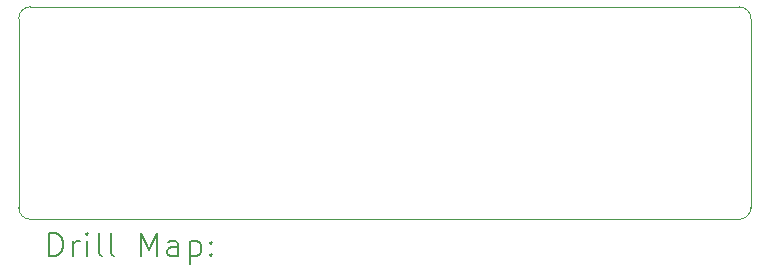
<source format=gbr>
%TF.GenerationSoftware,KiCad,Pcbnew,9.0.4*%
%TF.CreationDate,2025-09-22T12:07:42+05:30*%
%TF.ProjectId,buck-converter-8A,6275636b-2d63-46f6-9e76-65727465722d,rev?*%
%TF.SameCoordinates,Original*%
%TF.FileFunction,Drillmap*%
%TF.FilePolarity,Positive*%
%FSLAX45Y45*%
G04 Gerber Fmt 4.5, Leading zero omitted, Abs format (unit mm)*
G04 Created by KiCad (PCBNEW 9.0.4) date 2025-09-22 12:07:42*
%MOMM*%
%LPD*%
G01*
G04 APERTURE LIST*
%ADD10C,0.050000*%
%ADD11C,0.200000*%
G04 APERTURE END LIST*
D10*
X11040000Y-9855000D02*
G75*
G02*
X10940000Y-9755000I0J100000D01*
G01*
X17140000Y-9755000D02*
G75*
G02*
X17040000Y-9855000I-100000J0D01*
G01*
X17040000Y-9855000D02*
X11040000Y-9855000D01*
X11040000Y-8055000D02*
X17040000Y-8055000D01*
X17140000Y-8155000D02*
X17140000Y-9755000D01*
X17040000Y-8055000D02*
G75*
G02*
X17140000Y-8155000I0J-100000D01*
G01*
X10940000Y-8155000D02*
G75*
G02*
X11040000Y-8055000I100000J0D01*
G01*
X10940000Y-9755000D02*
X10940000Y-8155000D01*
D11*
X11198277Y-10168984D02*
X11198277Y-9968984D01*
X11198277Y-9968984D02*
X11245896Y-9968984D01*
X11245896Y-9968984D02*
X11274467Y-9978508D01*
X11274467Y-9978508D02*
X11293515Y-9997555D01*
X11293515Y-9997555D02*
X11303039Y-10016603D01*
X11303039Y-10016603D02*
X11312562Y-10054698D01*
X11312562Y-10054698D02*
X11312562Y-10083270D01*
X11312562Y-10083270D02*
X11303039Y-10121365D01*
X11303039Y-10121365D02*
X11293515Y-10140412D01*
X11293515Y-10140412D02*
X11274467Y-10159460D01*
X11274467Y-10159460D02*
X11245896Y-10168984D01*
X11245896Y-10168984D02*
X11198277Y-10168984D01*
X11398277Y-10168984D02*
X11398277Y-10035650D01*
X11398277Y-10073746D02*
X11407801Y-10054698D01*
X11407801Y-10054698D02*
X11417324Y-10045174D01*
X11417324Y-10045174D02*
X11436372Y-10035650D01*
X11436372Y-10035650D02*
X11455420Y-10035650D01*
X11522086Y-10168984D02*
X11522086Y-10035650D01*
X11522086Y-9968984D02*
X11512562Y-9978508D01*
X11512562Y-9978508D02*
X11522086Y-9988031D01*
X11522086Y-9988031D02*
X11531610Y-9978508D01*
X11531610Y-9978508D02*
X11522086Y-9968984D01*
X11522086Y-9968984D02*
X11522086Y-9988031D01*
X11645896Y-10168984D02*
X11626848Y-10159460D01*
X11626848Y-10159460D02*
X11617324Y-10140412D01*
X11617324Y-10140412D02*
X11617324Y-9968984D01*
X11750658Y-10168984D02*
X11731610Y-10159460D01*
X11731610Y-10159460D02*
X11722086Y-10140412D01*
X11722086Y-10140412D02*
X11722086Y-9968984D01*
X11979229Y-10168984D02*
X11979229Y-9968984D01*
X11979229Y-9968984D02*
X12045896Y-10111841D01*
X12045896Y-10111841D02*
X12112562Y-9968984D01*
X12112562Y-9968984D02*
X12112562Y-10168984D01*
X12293515Y-10168984D02*
X12293515Y-10064222D01*
X12293515Y-10064222D02*
X12283991Y-10045174D01*
X12283991Y-10045174D02*
X12264943Y-10035650D01*
X12264943Y-10035650D02*
X12226848Y-10035650D01*
X12226848Y-10035650D02*
X12207801Y-10045174D01*
X12293515Y-10159460D02*
X12274467Y-10168984D01*
X12274467Y-10168984D02*
X12226848Y-10168984D01*
X12226848Y-10168984D02*
X12207801Y-10159460D01*
X12207801Y-10159460D02*
X12198277Y-10140412D01*
X12198277Y-10140412D02*
X12198277Y-10121365D01*
X12198277Y-10121365D02*
X12207801Y-10102317D01*
X12207801Y-10102317D02*
X12226848Y-10092793D01*
X12226848Y-10092793D02*
X12274467Y-10092793D01*
X12274467Y-10092793D02*
X12293515Y-10083270D01*
X12388753Y-10035650D02*
X12388753Y-10235650D01*
X12388753Y-10045174D02*
X12407801Y-10035650D01*
X12407801Y-10035650D02*
X12445896Y-10035650D01*
X12445896Y-10035650D02*
X12464943Y-10045174D01*
X12464943Y-10045174D02*
X12474467Y-10054698D01*
X12474467Y-10054698D02*
X12483991Y-10073746D01*
X12483991Y-10073746D02*
X12483991Y-10130889D01*
X12483991Y-10130889D02*
X12474467Y-10149936D01*
X12474467Y-10149936D02*
X12464943Y-10159460D01*
X12464943Y-10159460D02*
X12445896Y-10168984D01*
X12445896Y-10168984D02*
X12407801Y-10168984D01*
X12407801Y-10168984D02*
X12388753Y-10159460D01*
X12569705Y-10149936D02*
X12579229Y-10159460D01*
X12579229Y-10159460D02*
X12569705Y-10168984D01*
X12569705Y-10168984D02*
X12560182Y-10159460D01*
X12560182Y-10159460D02*
X12569705Y-10149936D01*
X12569705Y-10149936D02*
X12569705Y-10168984D01*
X12569705Y-10045174D02*
X12579229Y-10054698D01*
X12579229Y-10054698D02*
X12569705Y-10064222D01*
X12569705Y-10064222D02*
X12560182Y-10054698D01*
X12560182Y-10054698D02*
X12569705Y-10045174D01*
X12569705Y-10045174D02*
X12569705Y-10064222D01*
M02*

</source>
